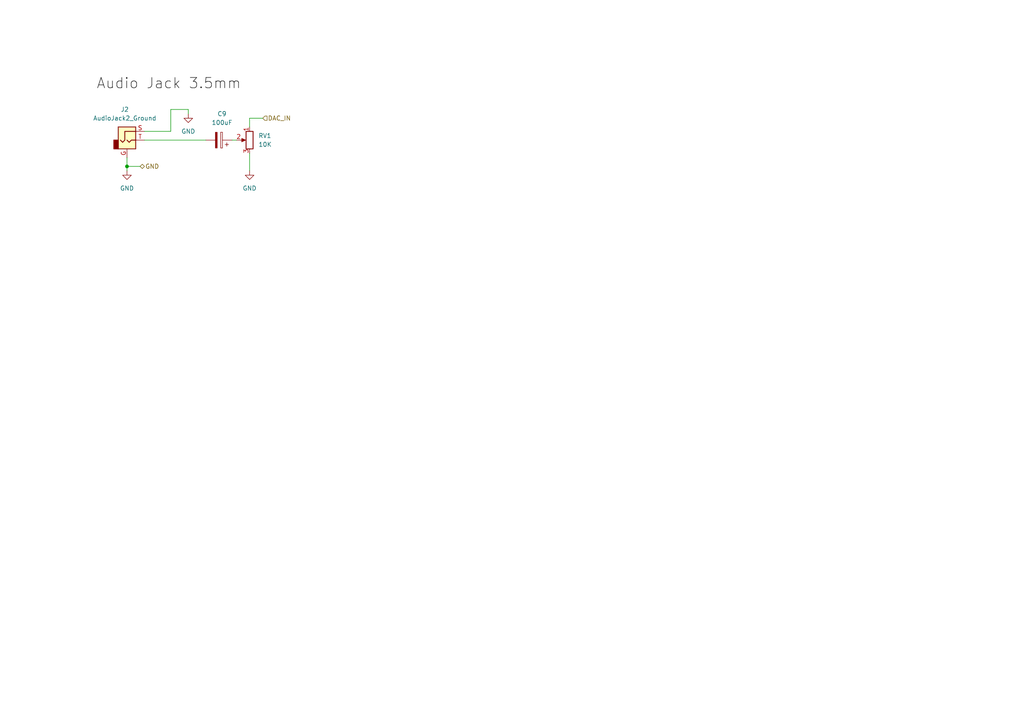
<source format=kicad_sch>
(kicad_sch (version 20231120) (generator "eeschema") (generator_version "7.99")
  (paper "A4")
  (lib_symbols
    (symbol "Connector_Audio:AudioJack2_Ground"
      (property "Reference" "J" (at 0 8.89 0))
      (property "Value" "AudioJack2_Ground" (at 0 6.35 0))
      (symbol "AudioJack2_Ground_0_1"
        (rectangle (start -2.54 -2.54) (end -3.81 0) (stroke (width 0.254)) (fill (type outline)))
        (polyline (pts (xy 0 0) (xy 0.635 -0.635) (xy 1.27 0) (xy 2.54 0)) (stroke (width 0.254)))
        (polyline (pts (xy 2.54 2.54) (xy -0.635 2.54) (xy -0.635 0) (xy -1.27 -0.635) (xy -1.905 0)) (stroke (width 0.254)))
        (rectangle (start 2.54 3.81) (end -2.54 -2.54) (stroke (width 0.254)) (fill (type background)))
      )
      (symbol "AudioJack2_Ground_1_1"
        (pin passive line (at 0 -5.08 90) (length 2.54) (name "~") (number "G"))
        (pin passive line (at 5.08 2.54 180) (length 2.54) (name "~") (number "S"))
        (pin passive line (at 5.08 0 180) (length 2.54) (name "~") (number "T"))
      )
    )
    (symbol "Device:C_Polarized" (pin_numbers hide) (pin_names (offset 0.254))
      (property "Reference" "C" (at 0.635 2.54 0))
      (property "Value" "C_Polarized" (at 0.635 -2.54 0))
      (symbol "C_Polarized_0_1"
        (rectangle (start -2.286 0.508) (end 2.286 1.016))
        (polyline (pts (xy -1.778 2.286) (xy -0.762 2.286)))
        (polyline (pts (xy -1.27 2.794) (xy -1.27 1.778)))
        (rectangle (start 2.286 -0.508) (end -2.286 -1.016) (fill (type outline)))
      )
      (symbol "C_Polarized_1_1"
        (pin passive line (at 0 3.81 270) (length 2.794) (name "~") (number "1"))
        (pin passive line (at 0 -3.81 90) (length 2.794) (name "~") (number "2"))
      )
    )
    (symbol "Device:R_Potentiometer" (pin_names (offset 1.016) hide)
      (property "Reference" "RV" (at -4.445 0 90))
      (property "Value" "R_Potentiometer" (at -2.54 0 90))
      (symbol "R_Potentiometer_0_1"
        (polyline (pts (xy 2.54 0) (xy 1.524 0)))
        (polyline (pts (xy 1.143 0) (xy 2.286 0.508) (xy 2.286 -0.508) (xy 1.143 0)) (fill (type outline)))
        (rectangle (start 1.016 2.54) (end -1.016 -2.54) (stroke (width 0.254)))
      )
      (symbol "R_Potentiometer_1_1"
        (pin passive line (at 0 3.81 270) (length 1.27) (name "1") (number "1"))
        (pin passive line (at 3.81 0 180) (length 1.27) (name "2") (number "2"))
        (pin passive line (at 0 -3.81 90) (length 1.27) (name "3") (number "3"))
      )
    )
    (symbol "power:GND" (power) (pin_names (offset 0))
      (property "Value" "GND" (at 0 -3.81 0))
      (symbol "GND_0_1"
        (polyline (pts (xy 0 0) (xy 0 -1.27) (xy 1.27 -1.27) (xy 0 -2.54) (xy -1.27 -1.27) (xy 0 -1.27)))
      )
      (symbol "GND_1_1"
        (pin power_in line (at 0 0 270) (length 0) hide (name "GND") (number "1"))
      )
    )
  )
  (junction (at 36.83 48.26))
  (wire (pts (xy 68.58 40.64) (xy 67.31 40.64)))
  (wire (pts (xy 36.83 48.26) (xy 36.83 49.53)))
  (wire (pts (xy 72.39 34.29) (xy 76.2 34.29)))
  (wire (pts (xy 49.53 31.75) (xy 49.53 38.1)))
  (wire (pts (xy 36.83 45.72) (xy 36.83 48.26)))
  (wire (pts (xy 54.61 31.75) (xy 54.61 33.02)))
  (wire (pts (xy 36.83 48.26) (xy 40.64 48.26)))
  (wire (pts (xy 72.39 49.53) (xy 72.39 44.45)))
  (wire (pts (xy 72.39 36.83) (xy 72.39 34.29)))
  (wire (pts (xy 41.91 40.64) (xy 59.69 40.64)))
  (wire (pts (xy 49.53 38.1) (xy 41.91 38.1)))
  (wire (pts (xy 49.53 31.75) (xy 54.61 31.75)))
  (label "Audio Jack 3.5mm" (at 27.94 26.67 0) (effects (font (size 3 3))))
  (hierarchical_label "DAC_IN" (shape input) (at 76.2 34.29 0))
  (hierarchical_label "GND" (shape bidirectional) (at 40.64 48.26 0))
  (symbol (lib_id "power:GND") (at 72.39 49.53 0) (unit 1)
    (property "Reference" "#PWR031" (effects (hide yes)))
    (property "Value" "GND" (at 72.39 54.61 0))
    (property "Description" "Power symbol creates a global label with name \"GND\" , ground" (effects (hide yes)))
  )
  (symbol (lib_id "Device:R_Potentiometer") (at 72.39 40.64 0) (mirror y) (unit 1)
    (property "Reference" "RV1" (at 74.93 39.3699 0) (effects (justify right)))
    (property "Value" "10K" (at 74.93 41.9099 0) (effects (justify right)))
    (property "Footprint" "Potentiometer_SMD:Potentiometer_ACP_CA6-VSMD_Vertical" (effects (hide yes)))
    (property "Description" "Potentiometer" (effects (hide yes)))
  )
  (symbol (lib_id "Connector_Audio:AudioJack2_Ground") (at 36.83 40.64 0) (unit 1)
    (property "Reference" "J2" (at 36.195 31.75 0))
    (property "Value" "AudioJack2_Ground" (at 36.195 34.29 0))
    (property "Footprint" "Connector_Audio:Jack_3.5mm_CUI_SJ-3523-SMT_Horizontal" (effects (hide yes)))
    (property "Description" "Audio Jack, 2 Poles (Mono / TS), Grounded Sleeve" (effects (hide yes)))
  )
  (symbol (lib_id "power:GND") (at 36.83 49.53 0) (unit 1)
    (property "Reference" "#PWR029" (effects (hide yes)))
    (property "Value" "GND" (at 36.83 54.61 0))
    (property "Description" "Power symbol creates a global label with name \"GND\" , ground" (effects (hide yes)))
  )
  (symbol (lib_id "power:GND") (at 54.61 33.02 0) (unit 1)
    (property "Reference" "#PWR030" (effects (hide yes)))
    (property "Value" "GND" (at 54.61 38.1 0))
    (property "Description" "Power symbol creates a global label with name \"GND\" , ground" (effects (hide yes)))
  )
  (symbol (lib_id "Device:C_Polarized") (at 63.5 40.64 270) (mirror x) (unit 1)
    (property "Reference" "C9" (at 64.389 33.02 90))
    (property "Value" "100uF" (at 64.389 35.56 90))
    (property "Description" "Polarized capacitor" (effects (hide yes)))
  )
)
</source>
